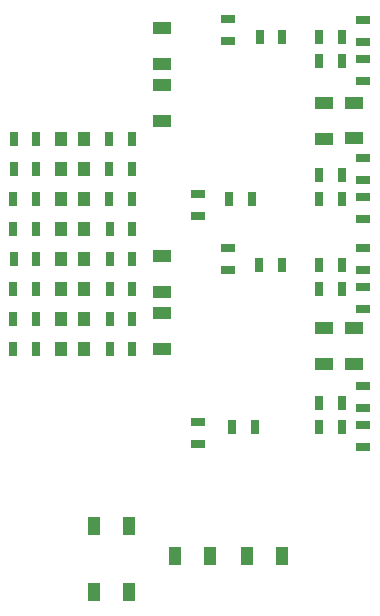
<source format=gbr>
G04 #@! TF.FileFunction,Paste,Top*
%FSLAX46Y46*%
G04 Gerber Fmt 4.6, Leading zero omitted, Abs format (unit mm)*
G04 Created by KiCad (PCBNEW 4.0.5-e0-6337~49~ubuntu15.04.1) date Sun Oct 22 22:27:52 2017*
%MOMM*%
%LPD*%
G01*
G04 APERTURE LIST*
%ADD10C,0.100000*%
%ADD11R,1.000000X1.250000*%
%ADD12R,1.000000X1.600000*%
%ADD13R,1.600000X1.000000*%
%ADD14R,0.700000X1.300000*%
%ADD15R,1.300000X0.700000*%
G04 APERTURE END LIST*
D10*
D11*
X69612000Y-40640000D03*
X71612000Y-40640000D03*
X71612000Y-43180000D03*
X69612000Y-43180000D03*
X69612000Y-45720000D03*
X71612000Y-45720000D03*
X71612000Y-48260000D03*
X69612000Y-48260000D03*
D12*
X75414000Y-73406000D03*
X72414000Y-73406000D03*
X88368000Y-75946000D03*
X85368000Y-75946000D03*
D13*
X94488000Y-40592000D03*
X94488000Y-37592000D03*
X94488000Y-59666000D03*
X94488000Y-56666000D03*
D12*
X72414000Y-78994000D03*
X75414000Y-78994000D03*
X82272000Y-75946000D03*
X79272000Y-75946000D03*
D13*
X78232000Y-31266000D03*
X78232000Y-34266000D03*
X78232000Y-50570000D03*
X78232000Y-53570000D03*
D11*
X69612000Y-50800000D03*
X71612000Y-50800000D03*
X71612000Y-53340000D03*
X69612000Y-53340000D03*
X69612000Y-55880000D03*
X71612000Y-55880000D03*
X71612000Y-58420000D03*
X69612000Y-58420000D03*
D14*
X67564000Y-40640000D03*
X65664000Y-40640000D03*
X75626000Y-40640000D03*
X73726000Y-40640000D03*
D15*
X83820000Y-30480000D03*
X83820000Y-32380000D03*
D14*
X93406000Y-34036000D03*
X91506000Y-34036000D03*
X93406000Y-32004000D03*
X91506000Y-32004000D03*
D15*
X95250000Y-30546000D03*
X95250000Y-32446000D03*
X95250000Y-35748000D03*
X95250000Y-33848000D03*
D14*
X67564000Y-43180000D03*
X65664000Y-43180000D03*
X75626000Y-43180000D03*
X73726000Y-43180000D03*
X88392000Y-32004000D03*
X86492000Y-32004000D03*
X67498000Y-45720000D03*
X65598000Y-45720000D03*
X75626000Y-45720000D03*
X73726000Y-45720000D03*
D15*
X81280000Y-47178000D03*
X81280000Y-45278000D03*
D14*
X93406000Y-43688000D03*
X91506000Y-43688000D03*
X93406000Y-45720000D03*
X91506000Y-45720000D03*
D15*
X95250000Y-47432000D03*
X95250000Y-45532000D03*
X95250000Y-42230000D03*
X95250000Y-44130000D03*
D14*
X67498000Y-48260000D03*
X65598000Y-48260000D03*
X75692000Y-48260000D03*
X73792000Y-48260000D03*
X85786000Y-45720000D03*
X83886000Y-45720000D03*
X67564000Y-50800000D03*
X65664000Y-50800000D03*
X75692000Y-50800000D03*
X73792000Y-50800000D03*
D15*
X83820000Y-49850000D03*
X83820000Y-51750000D03*
D14*
X93406000Y-51308000D03*
X91506000Y-51308000D03*
X93406000Y-53340000D03*
X91506000Y-53340000D03*
D15*
X95250000Y-55052000D03*
X95250000Y-53152000D03*
X95250000Y-49850000D03*
X95250000Y-51750000D03*
D14*
X67498000Y-53340000D03*
X65598000Y-53340000D03*
X75692000Y-53340000D03*
X73792000Y-53340000D03*
X88326000Y-51308000D03*
X86426000Y-51308000D03*
X67498000Y-55880000D03*
X65598000Y-55880000D03*
X75692000Y-55880000D03*
X73792000Y-55880000D03*
D15*
X81280000Y-66482000D03*
X81280000Y-64582000D03*
D14*
X93406000Y-65024000D03*
X91506000Y-65024000D03*
X93406000Y-62992000D03*
X91506000Y-62992000D03*
D15*
X95250000Y-66736000D03*
X95250000Y-64836000D03*
X95250000Y-61534000D03*
X95250000Y-63434000D03*
D14*
X67498000Y-58420000D03*
X65598000Y-58420000D03*
X75692000Y-58420000D03*
X73792000Y-58420000D03*
X86040000Y-65024000D03*
X84140000Y-65024000D03*
D13*
X91948000Y-40616000D03*
X91948000Y-37616000D03*
X78232000Y-39116000D03*
X78232000Y-36116000D03*
X91948000Y-59690000D03*
X91948000Y-56690000D03*
X78232000Y-58396000D03*
X78232000Y-55396000D03*
M02*

</source>
